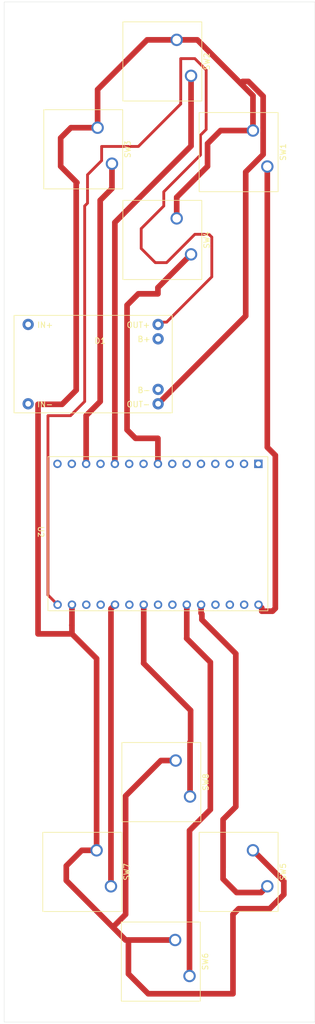
<source format=kicad_pcb>
(kicad_pcb (version 20241229) (generator "pcbnew") (generator_version "9.0")
  (layers (0 "F.Cu" signal) (2 "B.Cu" signal) (13 "F.Paste" user) (5 "F.SilkS" user "F.Silkscreen") (1 "F.Mask" user) (3 "B.Mask" user) (25 "Edge.Cuts" user))
  (net 0 "")
  (net 1 "Net-(U2-IO13)")
  (net 2 "Net-(U2-IO11)")
  (net 3 "Net-(U2-IO9)")
  (net 4 "Net-(U2-IO46)")
  (net 5 "Net-(U2-USB_D+)")
  (net 6 "Net-(U2-USB_D-)")
  (net 7 "Net-(U2-IO14)")
  (net 8 "Net-(U2-IO48)")
  (net 10 "Net-(D1-ESP-)")
  (net 11 "Net-(D1-ESP+)")
  (footprint "Button_Switch_Keyboard:SW_Cherry_MX_1.00u_Plate" (layer "F.Cu") (at 19.217043 156.544392 -90)
    (property "Reference" "SW7" (at -2.54 -2.794 90) (layer "F.SilkS"))
    (property "Value" "SW_Push")
    (fp_line (start -9.525 12.065) (end -9.525 -1.905) (stroke (width 0.12)) (layer "F.SilkS"))
    (fp_line (start 4.445 12.065) (end -9.525 12.065) (stroke (width 0.12)) (layer "F.SilkS"))
    (fp_line (start -9.525 -1.905) (end 4.445 -1.905) (stroke (width 0.12)) (layer "F.SilkS"))
    (fp_line (start 4.445 -1.905) (end 4.445 12.065) (stroke (width 0.12)) (layer "F.SilkS"))
    (pad "" np_thru_hole circle (at -2.54 5.08 270) (size 4 4) (drill 4) (layers "*.Cu" "*.Mask"))
    (pad "1" thru_hole circle (at 0 0 270) (size 2.2 2.2) (drill 1.5) (layers "*.Cu" "*.Mask") (net 7 "Net-(U2-IO14)"))
    (pad "2" thru_hole circle (at -6.35 2.54 270) (size 2.2 2.2) (drill 1.5) (layers "*.Cu" "*.Mask") (net 10 "Net-(D1-ESP-)"))
  )
  (footprint "Button_Switch_Keyboard:SW_Cherry_MX_1.00u_Plate" (layer "F.Cu") (at 19.395 29.04 -90)
    (property "Reference" "SW3" (at -2.54 -2.794 90) (layer "F.SilkS"))
    (property "Value" "SW_Push")
    (fp_line (start -9.525 12.065) (end -9.525 -1.905) (stroke (width 0.12)) (layer "F.SilkS"))
    (fp_line (start 4.445 12.065) (end -9.525 12.065) (stroke (width 0.12)) (layer "F.SilkS"))
    (fp_line (start -9.525 -1.905) (end 4.445 -1.905) (stroke (width 0.12)) (layer "F.SilkS"))
    (fp_line (start 4.445 -1.905) (end 4.445 12.065) (stroke (width 0.12)) (layer "F.SilkS"))
    (pad "" np_thru_hole circle (at -2.54 5.08 270) (size 4 4) (drill 4) (layers "*.Cu" "*.Mask"))
    (pad "1" thru_hole circle (at 0 0 270) (size 2.2 2.2) (drill 1.5) (layers "*.Cu" "*.Mask") (net 3 "Net-(U2-IO9)"))
    (pad "2" thru_hole circle (at -6.35 2.54 270) (size 2.2 2.2) (drill 1.5) (layers "*.Cu" "*.Mask") (net 10 "Net-(D1-ESP-)"))
  )
  (footprint "Button_Switch_Keyboard:SW_Cherry_MX_1.00u_Plate" (layer "F.Cu") (at 33.395 13.54 -90)
    (property "Reference" "SW2" (at -2.54 -2.794 90) (layer "F.SilkS"))
    (property "Value" "SW_Push")
    (fp_line (start -9.525 12.065) (end -9.525 -1.905) (stroke (width 0.12)) (layer "F.SilkS"))
    (fp_line (start 4.445 12.065) (end -9.525 12.065) (stroke (width 0.12)) (layer "F.SilkS"))
    (fp_line (start -9.525 -1.905) (end 4.445 -1.905) (stroke (width 0.12)) (layer "F.SilkS"))
    (fp_line (start 4.445 -1.905) (end 4.445 12.065) (stroke (width 0.12)) (layer "F.SilkS"))
    (pad "" np_thru_hole circle (at -2.54 5.08 270) (size 4 4) (drill 4) (layers "*.Cu" "*.Mask"))
    (pad "1" thru_hole circle (at 0 0 270) (size 2.2 2.2) (drill 1.5) (layers "*.Cu" "*.Mask") (net 2 "Net-(U2-IO11)"))
    (pad "2" thru_hole circle (at -6.35 2.54 270) (size 2.2 2.2) (drill 1.5) (layers "*.Cu" "*.Mask") (net 10 "Net-(D1-ESP-)"))
  )
  (footprint "Button_Switch_Keyboard:SW_Cherry_MX_1.00u_Plate" (layer "F.Cu") (at 46.895 156.54 -90)
    (property "Reference" "SW5" (at -2.54 -2.794 90) (layer "F.SilkS"))
    (property "Value" "SW_Push")
    (fp_line (start -9.525 12.065) (end -9.525 -1.905) (stroke (width 0.12)) (layer "F.SilkS"))
    (fp_line (start 4.445 12.065) (end -9.525 12.065) (stroke (width 0.12)) (layer "F.SilkS"))
    (fp_line (start -9.525 -1.905) (end 4.445 -1.905) (stroke (width 0.12)) (layer "F.SilkS"))
    (fp_line (start 4.445 -1.905) (end 4.445 12.065) (stroke (width 0.12)) (layer "F.SilkS"))
    (pad "" np_thru_hole circle (at -2.54 5.08 270) (size 4 4) (drill 4) (layers "*.Cu" "*.Mask"))
    (pad "1" thru_hole circle (at 0 0 270) (size 2.2 2.2) (drill 1.5) (layers "*.Cu" "*.Mask") (net 5 "Net-(U2-USB_D+)"))
    (pad "2" thru_hole circle (at -6.35 2.54 270) (size 2.2 2.2) (drill 1.5) (layers "*.Cu" "*.Mask") (net 10 "Net-(D1-ESP-)"))
  )
  (footprint "My:TP4056-Module" (layer "F.Cu") (at 2.065 73.005)
    (property "Reference" "D1" (at 15.24 -12.7 0) (layer "F.SilkS"))
    (property "Value" "~")
    (fp_line (start 0 -17.2) (end 0 0) (stroke (width 0.12)) (layer "F.SilkS"))
    (fp_line (start 0 -17.2) (end 28 -17.2) (stroke (width 0.12)) (layer "F.SilkS"))
    (fp_line (start 0 0) (end 28 0) (stroke (width 0.12)) (layer "F.SilkS"))
    (fp_line (start 28 -17.2) (end 28 0) (stroke (width 0.12)) (layer "F.SilkS"))
    (fp_text user "OUT+" (at 22 -15.5 0) (layer "F.SilkS"))
    (fp_text user "B-" (at 23 -4 0) (layer "F.SilkS"))
    (fp_text user "B+" (at 23 -13 0) (layer "F.SilkS"))
    (fp_text user "OUT-" (at 22 -1.5 0) (layer "F.SilkS"))
    (fp_text user "IN+" (at 5.5 -15.5 0) (layer "F.SilkS"))
    (fp_text user "IN-" (at 5.5 -1.5 0) (layer "F.SilkS"))
    (pad "1" thru_hole circle (at 2.5 -15.6) (size 2 2) (drill 1) (layers "*.Cu" "*.Mask"))
    (pad "2" thru_hole circle (at 2.5 -1.6) (size 2 2) (drill 1) (layers "*.Cu" "*.Mask"))
    (pad "3" thru_hole circle (at 25.5 -15.6) (size 2 2) (drill 1) (layers "*.Cu" "*.Mask") (net 11 "Net-(D1-ESP+)"))
    (pad "4" thru_hole circle (at 25.5 -1.6) (size 2 2) (drill 1) (layers "*.Cu" "*.Mask") (net 10 "Net-(D1-ESP-)"))
    (pad "5" thru_hole circle (at 25.5 -13.06) (size 2 2) (drill 1) (layers "*.Cu" "*.Mask"))
    (pad "6" thru_hole circle (at 25.5 -4.14) (size 2 2) (drill 1) (layers "*.Cu" "*.Mask"))
  )
  (footprint "Button_Switch_Keyboard:SW_Cherry_MX_1.00u_Plate" (layer "F.Cu") (at 33.395 45.04 -90)
    (property "Reference" "SW4" (at -2.54 -2.794 90) (layer "F.SilkS"))
    (property "Value" "SW_Push")
    (fp_line (start -9.525 12.065) (end -9.525 -1.905) (stroke (width 0.12)) (layer "F.SilkS"))
    (fp_line (start 4.445 12.065) (end -9.525 12.065) (stroke (width 0.12)) (layer "F.SilkS"))
    (fp_line (start -9.525 -1.905) (end 4.445 -1.905) (stroke (width 0.12)) (layer "F.SilkS"))
    (fp_line (start 4.445 -1.905) (end 4.445 12.065) (stroke (width 0.12)) (layer "F.SilkS"))
    (pad "" np_thru_hole circle (at -2.54 5.08 270) (size 4 4) (drill 4) (layers "*.Cu" "*.Mask"))
    (pad "1" thru_hole circle (at 0 0 270) (size 2.2 2.2) (drill 1.5) (layers "*.Cu" "*.Mask") (net 4 "Net-(U2-IO46)"))
    (pad "2" thru_hole circle (at -6.35 2.54 270) (size 2.2 2.2) (drill 1.5) (layers "*.Cu" "*.Mask") (net 10 "Net-(D1-ESP-)"))
  )
  (footprint "My:ESP32-Wroom-32" (layer "F.Cu") (at 45.31 82 -90)
    (property "Reference" "U2" (at 12 38.5 270) (layer "F.SilkS"))
    (property "Value" "ESP32-S3-WROOM-1")
    (fp_line (start -1.27 37.24) (end -1.27 -1.68) (stroke (width 0.12)) (layer "F.SilkS"))
    (fp_line (start 25.93 37.24) (end -1.27 37.24) (stroke (width 0.12)) (layer "F.SilkS"))
    (fp_line (start -1.27 -1.68) (end 25.93 -1.68) (stroke (width 0.12)) (layer "F.SilkS"))
    (fp_line (start 25.93 -1.68) (end 25.93 37.24) (stroke (width 0.12)) (layer "F.SilkS"))
    (pad "1" thru_hole rect (at 0 0 270) (size 1.5 1.5) (drill 0.9) (layers "*.Cu" "*.Mask") (net 10 "Net-(D1-ESP-)"))
    (pad "2" thru_hole circle (at 0 2.54 270) (size 1.5 1.5) (drill 0.9) (layers "*.Cu" "*.Mask"))
    (pad "3" thru_hole circle (at 0 5.08 270) (size 1.5 1.5) (drill 0.9) (layers "*.Cu" "*.Mask"))
    (pad "4" thru_hole circle (at 0 7.62 270) (size 1.5 1.5) (drill 0.9) (layers "*.Cu" "*.Mask"))
    (pad "5" thru_hole circle (at 0 10.16 270) (size 1.5 1.5) (drill 0.9) (layers "*.Cu" "*.Mask"))
    (pad "6" thru_hole circle (at 0 12.7 270) (size 1.5 1.5) (drill 0.9) (layers "*.Cu" "*.Mask"))
    (pad "7" thru_hole circle (at 0 15.24 270) (size 1.5 1.5) (drill 0.9) (layers "*.Cu" "*.Mask"))
    (pad "8" thru_hole circle (at 0 17.78 270) (size 1.5 1.5) (drill 0.9) (layers "*.Cu" "*.Mask"))
    (pad "9" thru_hole circle (at 0 20.32 270) (size 1.5 1.5) (drill 0.9) (layers "*.Cu" "*.Mask"))
    (pad "10" thru_hole circle (at 0 22.86 270) (size 1.5 1.5) (drill 0.9) (layers "*.Cu" "*.Mask"))
    (pad "11" thru_hole circle (at 0 25.4 270) (size 1.5 1.5) (drill 0.9) (layers "*.Cu" "*.Mask"))
    (pad "12" thru_hole circle (at 0 27.94 270) (size 1.5 1.5) (drill 0.9) (layers "*.Cu" "*.Mask"))
    (pad "13" thru_hole circle (at 0 30.48 270) (size 1.5 1.5) (drill 0.9) (layers "*.Cu" "*.Mask") (net 6 "Net-(U2-USB_D-)"))
    (pad "14" thru_hole circle (at 0 33.02 270) (size 1.5 1.5) (drill 0.9) (layers "*.Cu" "*.Mask") (net 5 "Net-(U2-USB_D+)"))
    (pad "15" thru_hole circle (at 0 35.56 270) (size 1.5 1.5) (drill 0.9) (layers "*.Cu" "*.Mask"))
    (pad "16" thru_hole circle (at 24.855046 35.533832 270) (size 1.5 1.5) (drill 0.9) (layers "*.Cu" "*.Mask") (net 11 "Net-(D1-ESP+)"))
    (pad "18" thru_hole circle (at 24.855046 30.453832 270) (size 1.5 1.5) (drill 0.9) (layers "*.Cu" "*.Mask"))
    (pad "19" thru_hole circle (at 24.855046 27.913832 270) (size 1.5 1.5) (drill 0.9) (layers "*.Cu" "*.Mask") (net 2 "Net-(U2-IO11)"))
    (pad "20" thru_hole circle (at 24.855046 25.373832 270) (size 1.5 1.5) (drill 0.9) (layers "*.Cu" "*.Mask"))
    (pad "21" thru_hole circle (at 24.855046 22.833832 270) (size 1.5 1.5) (drill 0.9) (layers "*.Cu" "*.Mask") (net 1 "Net-(U2-IO13)"))
    (pad "22" thru_hole circle (at 24.855046 20.293832 270) (size 1.5 1.5) (drill 0.9) (layers "*.Cu" "*.Mask") (net 7 "Net-(U2-IO14)"))
    (pad "23" thru_hole circle (at 24.855046 17.753832 270) (size 1.5 1.5) (drill 0.9) (layers "*.Cu" "*.Mask"))
    (pad "24" thru_hole circle (at 24.855046 15.213832 270) (size 1.5 1.5) (drill 0.9) (layers "*.Cu" "*.Mask"))
    (pad "25" thru_hole circle (at 24.855046 12.673832 270) (size 1.5 1.5) (drill 0.9) (layers "*.Cu" "*.Mask") (net 8 "Net-(U2-IO48)"))
    (pad "26" thru_hole circle (at 24.855046 10.133832 270) (size 1.5 1.5) (drill 0.9) (layers "*.Cu" "*.Mask") (net 11 "Net-(D1-ESP+)"))
    (pad "27" thru_hole circle (at 24.855046 7.593832 270) (size 1.5 1.5) (drill 0.9) (layers "*.Cu" "*.Mask"))
    (pad "28" thru_hole circle (at 24.855046 5.053832 270) (size 1.5 1.5) (drill 0.9) (layers "*.Cu" "*.Mask"))
    (pad "29" thru_hole circle (at 24.855046 2.513832 270) (size 1.5 1.5) (drill 0.9) (layers "*.Cu" "*.Mask"))
    (pad "30" thru_hole circle (at 24.855046 -0.026168 270) (size 1.5 1.5) (drill 0.9) (layers "*.Cu" "*.Mask"))
    (pad "GND" thru_hole circle (at 24.855046 32.993832 270) (size 1.5 1.5) (drill 0.9) (layers "*.Cu" "*.Mask") (net 10 "Net-(D1-ESP-)"))
  )
  (footprint "Button_Switch_Keyboard:SW_Cherry_MX_1.00u_Plate" (layer "F.Cu") (at 33.122939 172.368452 -90)
    (property "Reference" "SW6" (at -2.54 -2.794 90) (layer "F.SilkS"))
    (property "Value" "SW_Push")
    (fp_line (start -9.525 12.065) (end -9.525 -1.905) (stroke (width 0.12)) (layer "F.SilkS"))
    (fp_line (start 4.445 12.065) (end -9.525 12.065) (stroke (width 0.12)) (layer "F.SilkS"))
    (fp_line (start -9.525 -1.905) (end 4.445 -1.905) (stroke (width 0.12)) (layer "F.SilkS"))
    (fp_line (start 4.445 -1.905) (end 4.445 12.065) (stroke (width 0.12)) (layer "F.SilkS"))
    (pad "" np_thru_hole circle (at -2.54 5.08 270) (size 4 4) (drill 4) (layers "*.Cu" "*.Mask"))
    (pad "1" thru_hole circle (at 0 0 270) (size 2.2 2.2) (drill 1.5) (layers "*.Cu" "*.Mask") (net 6 "Net-(U2-USB_D-)"))
    (pad "2" thru_hole circle (at -6.35 2.54 270) (size 2.2 2.2) (drill 1.5) (layers "*.Cu" "*.Mask") (net 10 "Net-(D1-ESP-)"))
  )
  (footprint "Button_Switch_Keyboard:SW_Cherry_MX_1.00u_Plate" (layer "F.Cu") (at 33.218507 140.700467 -90)
    (property "Reference" "SW8" (at -2.54 -2.794 90) (layer "F.SilkS"))
    (property "Value" "SW_Push")
    (fp_line (start -9.525 12.065) (end -9.525 -1.905) (stroke (width 0.12)) (layer "F.SilkS"))
    (fp_line (start 4.445 12.065) (end -9.525 12.065) (stroke (width 0.12)) (layer "F.SilkS"))
    (fp_line (start -9.525 -1.905) (end 4.445 -1.905) (stroke (width 0.12)) (layer "F.SilkS"))
    (fp_line (start 4.445 -1.905) (end 4.445 12.065) (stroke (width 0.12)) (layer "F.SilkS"))
    (pad "" np_thru_hole circle (at -2.54 5.08 270) (size 4 4) (drill 4) (layers "*.Cu" "*.Mask"))
    (pad "1" thru_hole circle (at 0 0 270) (size 2.2 2.2) (drill 1.5) (layers "*.Cu" "*.Mask") (net 8 "Net-(U2-IO48)"))
    (pad "2" thru_hole circle (at -6.35 2.54 270) (size 2.2 2.2) (drill 1.5) (layers "*.Cu" "*.Mask") (net 10 "Net-(D1-ESP-)"))
  )
  (footprint "Button_Switch_Keyboard:SW_Cherry_MX_1.00u_Plate" (layer "F.Cu") (at 46.895 29.54 -90)
    (property "Reference" "SW1" (at -2.54 -2.794 90) (layer "F.SilkS"))
    (property "Value" "SW_Push")
    (fp_line (start -9.525 12.065) (end -9.525 -1.905) (stroke (width 0.12)) (layer "F.SilkS"))
    (fp_line (start 4.445 12.065) (end -9.525 12.065) (stroke (width 0.12)) (layer "F.SilkS"))
    (fp_line (start -9.525 -1.905) (end 4.445 -1.905) (stroke (width 0.12)) (layer "F.SilkS"))
    (fp_line (start 4.445 -1.905) (end 4.445 12.065) (stroke (width 0.12)) (layer "F.SilkS"))
    (pad "" np_thru_hole circle (at -2.54 5.08 270) (size 4 4) (drill 4) (layers "*.Cu" "*.Mask"))
    (pad "1" thru_hole circle (at 0 0 270) (size 2.2 2.2) (drill 1.5) (layers "*.Cu" "*.Mask") (net 1 "Net-(U2-IO13)"))
    (pad "2" thru_hole circle (at -6.35 2.54 270) (size 2.2 2.2) (drill 1.5) (layers "*.Cu" "*.Mask") (net 10 "Net-(D1-ESP-)"))
  )
  (gr_rect (start 0.315 0.5) (end 55.315 180.5) (stroke (width 0.05)) (fill no) (layer "Edge.Cuts"))
  (segment (start 48.315 80.5) (end 48.315 107.5) (width 1) (layer "F.Cu") (net 1))
  (segment (start 47.815 108) (end 45.91 108) (width 1) (layer "F.Cu") (net 1))
  (segment (start 48.315 107.5) (end 47.815 108) (width 1) (layer "F.Cu") (net 1))
  (segment (start 45.91 108) (end 45.91 107.428878) (width 1) (layer "F.Cu") (net 1))
  (segment (start 45.91 107.428878) (end 45.336168 106.855046) (width 1) (layer "F.Cu") (net 1))
  (segment (start 46.895 79.08) (end 48.315 80.5) (width 1) (layer "F.Cu") (net 1))
  (segment (start 46.895 29.54) (end 46.895 79.08) (width 1) (layer "F.Cu") (net 1))
  (segment (start 33.395 13.54) (end 33.395 25.92) (width 1) (layer "F.Cu") (net 2))
  (segment (start 33.395 25.92) (end 19.91 39.405) (width 1) (layer "F.Cu") (net 2))
  (segment (start 19.91 39.405) (end 19.91 82) (width 1) (layer "F.Cu") (net 2))
  (segment (start 17.315 35.5) (end 17.315 71) (width 1) (layer "F.Cu") (net 3))
  (segment (start 17.315 71) (end 14.83 73.485) (width 1) (layer "F.Cu") (net 3))
  (segment (start 14.83 73.485) (end 14.83 82) (width 1) (layer "F.Cu") (net 3))
  (segment (start 19.395 29.04) (end 19.395 33.42) (width 1) (layer "F.Cu") (net 3))
  (segment (start 19.395 33.42) (end 17.315 35.5) (width 1) (layer "F.Cu") (net 3))
  (segment (start 27.53 50.905) (end 27.53 52) (width 1) (layer "F.Cu") (net 4))
  (segment (start 24.07 52) (end 22.07 54) (width 1) (layer "F.Cu") (net 4))
  (segment (start 27.53 52) (end 24.07 52) (width 1) (layer "F.Cu") (net 4))
  (segment (start 22.07 54) (end 22.07 76) (width 1) (layer "F.Cu") (net 4))
  (segment (start 22.07 76) (end 23.57 77.5) (width 1) (layer "F.Cu") (net 4))
  (segment (start 23.57 77.5) (end 27.53 77.5) (width 1) (layer "F.Cu") (net 4))
  (segment (start 27.53 77.5) (end 27.53 82) (width 1) (layer "F.Cu") (net 4))
  (segment (start 33.395 45.04) (end 27.53 50.905) (width 1) (layer "F.Cu") (net 4))
  (segment (start 35.315 109.5) (end 35.315 108.5) (width 1) (layer "F.Cu") (net 5))
  (segment (start 41.315 142.5) (end 41.315 115.5) (width 1) (layer "F.Cu") (net 5))
  (segment (start 35.176168 108.361168) (end 35.176168 106.855046) (width 1) (layer "F.Cu") (net 5))
  (segment (start 39.065 155.25) (end 39.065 144.75) (width 1) (layer "F.Cu") (net 5))
  (segment (start 35.315 108.5) (end 35.176168 108.361168) (width 1) (layer "F.Cu") (net 5))
  (segment (start 45.795001 157.639999) (end 41.454999 157.639999) (width 1) (layer "F.Cu") (net 5))
  (segment (start 46.895 156.54) (end 45.795001 157.639999) (width 1) (layer "F.Cu") (net 5))
  (segment (start 39.065 144.75) (end 41.315 142.5) (width 1) (layer "F.Cu") (net 5))
  (segment (start 41.454999 157.639999) (end 39.065 155.25) (width 1) (layer "F.Cu") (net 5))
  (segment (start 41.315 115.5) (end 35.315 109.5) (width 1) (layer "F.Cu") (net 5))
  (segment (start 33.122939 172.368452) (end 33.122939 146.692061) (width 1) (layer "F.Cu") (net 6))
  (segment (start 33.122939 146.692061) (end 36.815 143) (width 1) (layer "F.Cu") (net 6))
  (segment (start 36.815 117) (end 32.61 112.795) (width 1) (layer "F.Cu") (net 6))
  (segment (start 32.636168 112.768832) (end 32.636168 106.855046) (width 1) (layer "F.Cu") (net 6))
  (segment (start 32.61 112.795) (end 32.636168 112.768832) (width 1) (layer "F.Cu") (net 6))
  (segment (start 36.815 143) (end 36.815 117) (width 1) (layer "F.Cu") (net 6))
  (segment (start 19.217043 107.574171) (end 19.936168 106.855046) (width 1) (layer "F.Cu") (net 7))
  (segment (start 19.217043 156.544392) (end 19.217043 107.574171) (width 1) (layer "F.Cu") (net 7))
  (segment (start 24.99 117.175) (end 33.315 125.5) (width 1) (layer "F.Cu") (net 8))
  (segment (start 33.218507 131.096493) (end 33.218507 140.700467) (width 1) (layer "F.Cu") (net 8))
  (segment (start 33.315 125.5) (end 33.315 131) (width 1) (layer "F.Cu") (net 8))
  (segment (start 25.016168 117.148832) (end 25.016168 106.855046) (width 1) (layer "F.Cu") (net 8))
  (segment (start 24.99 117.175) (end 25.016168 117.148832) (width 1) (layer "F.Cu") (net 8))
  (segment (start 33.315 131) (end 33.218507 131.096493) (width 1) (layer "F.Cu") (net 8))
  (segment (start 12.125 22.69) (end 16.855 22.69) (width 1) (layer "F.Cu") (net 10))
  (segment (start 16.855 15.96) (end 16.855 22.69) (width 1) (layer "F.Cu") (net 10))
  (segment (start 14.057956 150.194392) (end 11.315 152.937348) (width 1) (layer "F.Cu") (net 10))
  (segment (start 13.07 69) (end 13.07 32.5) (width 1) (layer "F.Cu") (net 10))
  (segment (start 43.07 30.5) (end 46.155 27.415) (width 1) (layer "F.Cu") (net 10))
  (segment (start 25.815 175.5) (end 40.815 175.5) (width 1) (layer "F.Cu") (net 10))
  (segment (start 22.315 172) (end 25.815 175.5) (width 1) (layer "F.Cu") (net 10))
  (segment (start 16.677043 134.5) (end 16.677043 116.362043) (width 1) (layer "F.Cu") (net 10))
  (segment (start 42.541028 14.528972) (end 42.1925 14.8775) (width 1) (layer "F.Cu") (net 10))
  (segment (start 43.541028 14.528972) (end 42.541028 14.528972) (width 1) (layer "F.Cu") (net 10))
  (segment (start 21.815 161.5) (end 19.553969 163.761031) (width 1) (layer "F.Cu") (net 10))
  (segment (start 12.315 112) (end 6.315 112) (width 1) (layer "F.Cu") (net 10))
  (segment (start 46.155 27.415) (end 46.155 17.142944) (width 1) (layer "F.Cu") (net 10))
  (segment (start 10.57 71.5) (end 13.07 69) (width 1) (layer "F.Cu") (net 10))
  (segment (start 49.815 158) (end 49.815 155.65) (width 1) (layer "F.Cu") (net 10))
  (segment (start 47.315 160.5) (end 49.815 158) (width 1) (layer "F.Cu") (net 10))
  (segment (start 49.815 155.65) (end 44.355 150.19) (width 1) (layer "F.Cu") (net 10))
  (segment (start 12.315 112) (end 12.315 110.5) (width 1) (layer "F.Cu") (net 10))
  (segment (start 28.05942 134.350467) (end 21.815 140.594887) (width 1) (layer "F.Cu") (net 10))
  (segment (start 6.315 71.5) (end 10.57 71.5) (width 1) (layer "F.Cu") (net 10))
  (segment (start 30.855 34.96) (end 30.855 38.69) (width 1) (layer "F.Cu") (net 10))
  (segment (start 13.07 32.5) (end 13.1925 32.3775) (width 1) (layer "F.Cu") (net 10))
  (segment (start 16.677043 116.362043) (end 12.315 112) (width 1) (layer "F.Cu") (net 10))
  (segment (start 22.315 166.018452) (end 21.811391 166.018452) (width 1) (layer "F.Cu") (net 10))
  (segment (start 21.815 140.594887) (end 21.815 161.5) (width 1) (layer "F.Cu") (net 10))
  (segment (start 12.316168 110.498832) (end 12.316168 106.855046) (width 1) (layer "F.Cu") (net 10))
  (segment (start 30.855 7.19) (end 34.505 7.19) (width 1) (layer "F.Cu") (net 10))
  (segment (start 38.625 23.19) (end 36.315 25.5) (width 1) (layer "F.Cu") (net 10))
  (segment (start 30.855 7.19) (end 25.625 7.19) (width 1) (layer "F.Cu") (net 10))
  (segment (start 46.155 17.142944) (end 43.541028 14.528972) (width 1) (layer "F.Cu") (net 10))
  (segment (start 16.677043 150.194392) (end 16.677043 134.5) (width 1) (layer "F.Cu") (net 10))
  (segment (start 44.355 23.19) (end 38.625 23.19) (width 1) (layer "F.Cu") (net 10))
  (segment (start 27.565 71.405) (end 43.07 55.9) (width 1) (layer "F.Cu") (net 10))
  (segment (start 25.625 7.19) (end 16.855 15.96) (width 1) (layer "F.Cu") (net 10))
  (segment (start 40.815 161.5) (end 41.815 160.5) (width 1) (layer "F.Cu") (net 10))
  (segment (start 19.553969 163.761031) (end 21.811391 166.018452) (width 1) (layer "F.Cu") (net 10))
  (segment (start 12.315 110.5) (end 12.29 110.475) (width 1) (layer "F.Cu") (net 10))
  (segment (start 36.315 29.5) (end 30.855 34.96) (width 1) (layer "F.Cu") (net 10))
  (segment (start 22.315 166.018452) (end 22.315 172) (width 1) (layer "F.Cu") (net 10))
  (segment (start 41.815 160.5) (end 47.315 160.5) (width 1) (layer "F.Cu") (net 10))
  (segment (start 12.315 110.5) (end 12.316168 110.498832) (width 1) (layer "F.Cu") (net 10))
  (segment (start 16.677043 150.194392) (end 14.057956 150.194392) (width 1) (layer "F.Cu") (net 10))
  (segment (start 11.315 155.522061) (end 19.553969 163.761031) (width 1) (layer "F.Cu") (net 10))
  (segment (start 10.315 24.5) (end 12.125 22.69) (width 1) (layer "F.Cu") (net 10))
  (segment (start 30.582939 166.018452) (end 22.315 166.018452) (width 1) (layer "F.Cu") (net 10))
  (segment (start 42.1925 14.8775) (end 44.355 17.04) (width 1) (layer "F.Cu") (net 10))
  (segment (start 43.07 55.9) (end 43.07 30.5) (width 1) (layer "F.Cu") (net 10))
  (segment (start 11.315 152.937348) (end 11.315 155.522061) (width 1) (layer "F.Cu") (net 10))
  (segment (start 40.815 175.5) (end 40.815 161.5) (width 1) (layer "F.Cu") (net 10))
  (segment (start 30.678507 134.350467) (end 28.05942 134.350467) (width 1) (layer "F.Cu") (net 10))
  (segment (start 44.355 17.04) (end 44.355 23.19) (width 1) (layer "F.Cu") (net 10))
  (segment (start 10.315 29.5) (end 10.315 24.5) (width 1) (layer "F.Cu") (net 10))
  (segment (start 6.315 112) (end 6.315 71.5) (width 1) (layer "F.Cu") (net 10))
  (segment (start 36.315 25.5) (end 36.315 29.5) (width 1) (layer "F.Cu") (net 10))
  (segment (start 13.1925 32.3775) (end 10.315 29.5) (width 1) (layer "F.Cu") (net 10))
  (segment (start 34.505 7.19) (end 42.1925 14.8775) (width 1) (layer "F.Cu") (net 10))
  (segment (start 28.57 36.5) (end 24.57 40.5) (width 0.5) (layer "F.Cu") (net 11))
  (segment (start 27.07 46.5) (end 29.07 46.5) (width 0.5) (layer "F.Cu") (net 11))
  (segment (start 9.776168 106.855046) (end 8.07 105.148878) (width 0.5) (layer "F.Cu") (net 11))
  (segment (start 17.57 28.5) (end 17.57 26) (width 0.5) (layer "F.Cu") (net 11))
  (segment (start 36.57 41.5) (end 37.07 42) (width 0.5) (layer "F.Cu") (net 11))
  (segment (start 17.57 26) (end 24.07 26) (width 0.5) (layer "F.Cu") (net 11))
  (segment (start 34.07 41.5) (end 36.57 41.5) (width 0.5) (layer "F.Cu") (net 11))
  (segment (start 37.07 42) (end 37.07 49) (width 0.5) (layer "F.Cu") (net 11))
  (segment (start 8.07 105.148878) (end 8.07 73.5) (width 0.5) (layer "F.Cu") (net 11))
  (segment (start 24.07 26) (end 31.57 18.5) (width 0.5) (layer "F.Cu") (net 11))
  (segment (start 12.07 73.5) (end 14.57 71) (width 0.5) (layer "F.Cu") (net 11))
  (segment (start 36.07 23) (end 35.07 24) (width 0.5) (layer "F.Cu") (net 11))
  (segment (start 28.57 34) (end 28.57 36.5) (width 0.5) (layer "F.Cu") (net 11))
  (segment (start 34.07 10.5) (end 36.07 12.5) (width 0.5) (layer "F.Cu") (net 11))
  (segment (start 14.57 71) (end 14.57 36.5) (width 0.5) (layer "F.Cu") (net 11))
  (segment (start 36.07 12.5) (end 36.07 23) (width 0.5) (layer "F.Cu") (net 11))
  (segment (start 35.07 24) (end 35.07 27.5) (width 0.5) (layer "F.Cu") (net 11))
  (segment (start 35.07 27.5) (end 28.57 34) (width 0.5) (layer "F.Cu") (net 11))
  (segment (start 27.97 57) (end 27.565 57.405) (width 0.5) (layer "F.Cu") (net 11))
  (segment (start 8.07 73.5) (end 12.07 73.5) (width 0.5) (layer "F.Cu") (net 11))
  (segment (start 31.57 18.5) (end 31.57 10.5) (width 0.5) (layer "F.Cu") (net 11))
  (segment (start 29.07 46.5) (end 34.07 41.5) (width 0.5) (layer "F.Cu") (net 11))
  (segment (start 31.57 10.5) (end 34.07 10.5) (width 0.5) (layer "F.Cu") (net 11))
  (segment (start 37.07 49) (end 29.07 57) (width 0.5) (layer "F.Cu") (net 11))
  (segment (start 24.57 40.5) (end 24.57 44) (width 0.5) (layer "F.Cu") (net 11))
  (segment (start 15.07 36) (end 15.07 31) (width 0.5) (layer "F.Cu") (net 11))
  (segment (start 15.07 31) (end 17.57 28.5) (width 0.5) (layer "F.Cu") (net 11))
  (segment (start 9.776168 106.293832) (end 9.776168 106.855046) (width 0.5) (layer "F.Cu") (net 11))
  (segment (start 24.57 44) (end 27.07 46.5) (width 0.5) (layer "F.Cu") (net 11))
  (segment (start 29.07 57) (end 27.97 57) (width 0.5) (layer "F.Cu") (net 11))
  (segment (start 14.57 36.5) (end 15.07 36) (width 0.5) (layer "F.Cu") (net 11))
)
</source>
